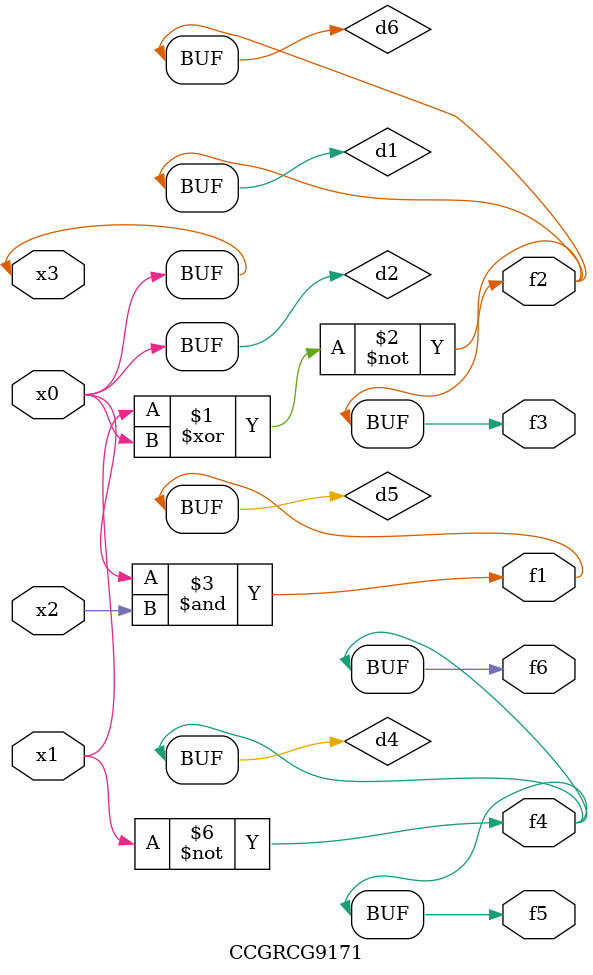
<source format=v>
module CCGRCG9171(
	input x0, x1, x2, x3,
	output f1, f2, f3, f4, f5, f6
);

	wire d1, d2, d3, d4, d5, d6;

	xnor (d1, x1, x3);
	buf (d2, x0, x3);
	nand (d3, x0, x2);
	not (d4, x1);
	nand (d5, d3);
	or (d6, d1);
	assign f1 = d5;
	assign f2 = d6;
	assign f3 = d6;
	assign f4 = d4;
	assign f5 = d4;
	assign f6 = d4;
endmodule

</source>
